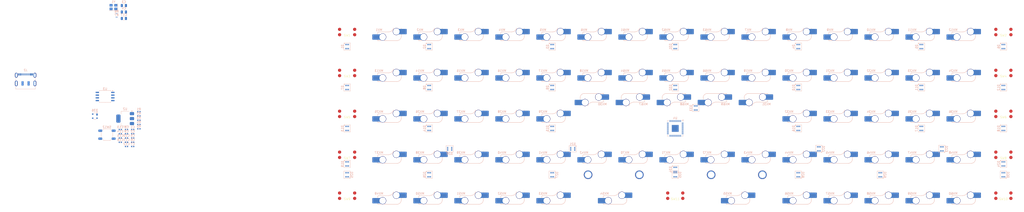
<source format=kicad_pcb>
(kicad_pcb (version 20240108) (generator "pcbnew") (generator_version "8.0")
  (layers (0 "F.Cu" signal) (31 "B.Cu" signal) (34 "B.Paste" user) (35 "F.Paste" user) (36 "B.SilkS" user "B.Silkscreen") (37 "F.SilkS" user "F.Silkscreen") (38 "B.Mask" user) (39 "F.Mask" user) (44 "Edge.Cuts" user))
  (net 0 "")
  (net 1 "/XIN")
  (net 2 "GND")
  (net 3 "Net-(C2-Pad1)")
  (net 4 "VBUS")
  (net 5 "+3V3")
  (net 6 "+1V1")
  (net 7 "Row 1")
  (net 9 "Net-(D1-A2)")
  (net 10 "Row 2")
  (net 11 "Net-(D1-A1)")
  (net 12 "Net-(D1-A3)")
  (net 13 "Net-(D2-A1)")
  (net 14 "Net-(D2-A3)")
  (net 15 "Net-(D2-A2)")
  (net 16 "Net-(D3-A3)")
  (net 17 "Net-(D3-A2)")
  (net 18 "Net-(D3-A1)")
  (net 19 "Net-(D4-A3)")
  (net 20 "Net-(D4-A2)")
  (net 21 "Net-(D4-A1)")
  (net 22 "Net-(D5-A3)")
  (net 23 "Net-(D5-A2)")
  (net 24 "Net-(D5-A1)")
  (net 25 "Net-(D6-A2)")
  (net 26 "Net-(D6-A3)")
  (net 27 "Net-(D7-A3)")
  (net 28 "Net-(D7-A1)")
  (net 29 "Net-(D7-A2)")
  (net 30 "Row 3")
  (net 31 "Row 4")
  (net 32 "Net-(D8-A3)")
  (net 33 "Net-(D8-A1)")
  (net 34 "Net-(D8-A2)")
  (net 35 "Net-(D9-A3)")
  (net 36 "Net-(D9-A2)")
  (net 37 "Net-(D9-A1)")
  (net 38 "Net-(D10-A1)")
  (net 39 "Net-(D10-A2)")
  (net 40 "Net-(D10-A3)")
  (net 41 "Net-(D11-A3)")
  (net 42 "Net-(D11-A2)")
  (net 43 "Net-(D11-A1)")
  (net 44 "Net-(D12-A1)")
  (net 45 "Net-(D12-A3)")
  (net 46 "Net-(D12-A2)")
  (net 47 "Net-(D13-A3)")
  (net 48 "Row 5")
  (net 49 "Net-(D13-A1)")
  (net 50 "Net-(D13-A2)")
  (net 51 "Net-(D14-A1)")
  (net 52 "Net-(D14-A2)")
  (net 53 "Net-(D14-A3)")
  (net 54 "Net-(D15-A3)")
  (net 55 "Net-(D15-A2)")
  (net 56 "Net-(D15-A1)")
  (net 57 "Net-(D16-A3)")
  (net 58 "Net-(D16-A1)")
  (net 59 "Net-(D16-A2)")
  (net 60 "Net-(D17-A2)")
  (net 61 "Net-(D17-A3)")
  (net 62 "Net-(D17-A1)")
  (net 63 "Net-(D18-A1)")
  (net 64 "Net-(D18-A2)")
  (net 65 "Net-(D18-A3)")
  (net 68 "Net-(D19-A1)")
  (net 69 "Net-(D19-A3)")
  (net 70 "Net-(D19-A2)")
  (net 71 "Net-(D20-A3)")
  (net 72 "Net-(D20-A2)")
  (net 73 "Net-(D20-A1)")
  (net 74 "Net-(D21-A2)")
  (net 75 "Net-(D21-A1)")
  (net 76 "Net-(D21-A3)")
  (net 77 "Net-(D22-A2)")
  (net 78 "Net-(D22-A3)")
  (net 79 "Net-(D22-A1)")
  (net 80 "Net-(D23-A3)")
  (net 81 "Net-(D23-A2)")
  (net 82 "Net-(D23-A1)")
  (net 83 "Net-(D24-A1)")
  (net 84 "Net-(D24-A3)")
  (net 85 "Net-(D24-A2)")
  (net 86 "Row 6")
  (net 87 "Net-(D25-A1)")
  (net 88 "Net-(D25-A3)")
  (net 90 "Net-(D25-A2)")
  (net 91 "Net-(D26-A1)")
  (net 92 "Net-(D26-A3)")
  (net 93 "Net-(D26-A2)")
  (net 94 "Net-(D27-A2)")
  (net 95 "Net-(D27-A3)")
  (net 96 "Net-(D27-A1)")
  (net 97 "Net-(D28-A2)")
  (net 98 "Net-(D28-A1)")
  (net 99 "Row 7")
  (net 100 "Net-(D29-A3)")
  (net 101 "Net-(D29-A1)")
  (net 102 "Net-(D29-A2)")
  (net 103 "Net-(D30-A3)")
  (net 104 "Net-(D30-A1)")
  (net 105 "Net-(D30-A2)")
  (net 106 "/~{USB_BOOT}")
  (net 107 "/USB_D-")
  (net 108 "Net-(J2-CC1)")
  (net 109 "Net-(J2-CC2)")
  (net 110 "/USB_D+")
  (net 113 "Row 9")
  (net 115 "Row 8")
  (net 116 "Row 10")
  (net 117 "Row 12")
  (net 118 "/QSPI_SS")
  (net 119 "/XOUT")
  (net 120 "Net-(U4-USB_DP)")
  (net 121 "Net-(U4-USB_DM)")
  (net 123 "Row 11")
  (net 124 "/QSPI_SD3")
  (net 125 "/QSPI_SD0")
  (net 126 "/QSPI_SD2")
  (net 127 "/QSPI_SCLK")
  (net 128 "/QSPI_SD1")
  (net 129 "/RUN")
  (net 130 "/SWD")
  (net 131 "/SWCLK")
  (net 132 "Col 2")
  (net 133 "Col 3")
  (net 134 "Col 6")
  (net 135 "Col 7")
  (net 136 "Col 4")
  (net 137 "Col 1")
  (net 138 "Col 8")
  (net 139 "Row 15")
  (net 140 "Row 14")
  (net 141 "Row 16")
  (net 142 "Net-(D28-A3)")
  (net 143 "Net-(D31-A3)")
  (net 144 "Net-(D31-A1)")
  (net 145 "Net-(D31-A2)")
  (net 146 "Net-(D32-A1)")
  (net 147 "Net-(D32-A3)")
  (net 148 "Net-(D32-A2)")
  (net 149 "Net-(D33-A3)")
  (net 150 "Net-(D33-A2)")
  (net 151 "Net-(D33-A1)")
  (net 152 "Net-(D34-A2)")
  (net 153 "Net-(D34-A3)")
  (net 154 "Net-(D34-A1)")
  (net 155 "Net-(D35-A1)")
  (net 156 "Net-(D35-A2)")
  (net 157 "Net-(D35-A3)")
  (net 158 "Net-(D6-A1)")
  (footprint "PCM_marbastlib-various:ROT_SKYLOONG_HS-Switch" (layer "F.Cu") (at 42.8625 123.825)
    (property "Reference" "SW9")
    (property "Value" "ROT_SKYLOONG_HS")
  )
  (footprint "PCM_marbastlib-various:ROT_SKYLOONG_HS-Switch" (layer "F.Cu") (at 347.6625 85.725)
    (property "Reference" "SW6")
    (property "Value" "ROT_SKYLOONG_HS")
  )
  (footprint "PCM_marbastlib-various:ROT_SKYLOONG_HS-Switch" (layer "F.Cu") (at 42.8625 66.675)
    (property "Reference" "SW3")
    (property "Value" "ROT_SKYLOONG_HS")
  )
  (footprint "PCM_marbastlib-various:ROT_SKYLOONG_HS-Switch" (layer "F.Cu") (at 42.8625 47.625)
    (property "Reference" "SW1")
    (property "Value" "ROT_SKYLOONG_HS")
  )
  (footprint "PCM_marbastlib-various:ROT_SKYLOONG_HS-Switch" (layer "F.Cu") (at 42.8625 104.775)
    (property "Reference" "SW7")
    (property "Value" "ROT_SKYLOONG_HS")
  )
  (footprint "PCM_marbastlib-various:ROT_SKYLOONG_HS-Switch" (layer "F.Cu") (at 347.6625 47.625)
    (property "Reference" "SW2")
    (property "Value" "ROT_SKYLOONG_HS")
  )
  (footprint "PCM_marbastlib-various:ROT_SKYLOONG_HS-Switch" (layer "F.Cu") (at 347.6625 104.775)
    (property "Reference" "SW8")
    (property "Value" "ROT_SKYLOONG_HS")
  )
  (footprint "PCM_marbastlib-various:ROT_SKYLOONG_HS-Switch" (layer "F.Cu") (at 347.6625 123.825)
    (property "Reference" "SW10")
    (property "Value" "ROT_SKYLOONG_HS")
  )
  (footprint "PCM_marbastlib-various:ROT_SKYLOONG_HS-Switch" (layer "F.Cu") (at 347.6625 66.675)
    (property "Reference" "SW4")
    (property "Value" "ROT_SKYLOONG_HS")
  )
  (footprint "PCM_marbastlib-various:ROT_SKYLOONG_HS-Switch" (layer "F.Cu") (at 42.8625 85.725)
    (property "Reference" "SW5")
    (property "Value" "ROT_SKYLOONG_HS")
  )
  (footprint "PCM_marbastlib-mx:STAB_MX_P_2u" (layer "F.Cu") (at 166.6875 123.825)
    (property "Reference" "S1" (hide yes))
    (property "Value" "MX_stab")
  )
  (footprint "PCM_marbastlib-mx:STAB_MX_P_2u" (layer "F.Cu") (at 223.8375 123.825)
    (property "Reference" "S2" (hide yes))
    (property "Value" "MX_stab")
  )
  (footprint "PCM_marbastlib-various:ROT_SKYLOONG_HS-Switch" (layer "F.Cu") (at 195.2625 123.825)
    (property "Reference" "SW11")
    (property "Value" "ROT_SKYLOONG_HS")
  )
  (footprint "PCM_marbastlib-mx:SW_MX_HS_CPG151101S11_1u" (layer "B.Cu") (at 138.1125 66.675)
    (property "Reference" "MX17")
    (property "Value" "MX_SW_HS")
  )
  (footprint "PCM_marbastlib-mx:SW_MX_HS_CPG151101S11_1u" (layer "B.Cu") (at 195.2625 104.775)
    (property "Reference" "MX71")
    (property "Value" "MX_SW_HS")
  )
  (footprint "Capacitor_SMD:C_0402_1005Metric" (layer "B.Cu") (at -59.610358 103.665 180)
    (property "Reference" "C12")
    (property "Value" "100n")
  )
  (footprint "PCM_marbastlib-mx:SW_MX_HS_CPG151101S11_1u" (layer "B.Cu") (at 214.3125 85.725 180)
    (property "Reference" "MX69")
    (property "Value" "MX_SW_HS")
  )
  (footprint "Resistor_SMD:R_0402_1005Metric" (layer "B.Cu") (at -53.850358 91.455 180)
    (property "Reference" "R3")
    (property "Value" "1k")
  )
  (footprint "Resistor_SMD:R_01005_0402Metric" (layer "B.Cu") (at -64.180358 41.815 180)
    (property "Reference" "R6")
    (property "Value" "5.1k")
  )
  (footprint "PCM_marbastlib-mx:SW_MX_HS_CPG151101S11_1u" (layer "B.Cu") (at 214.3125 104.775)
    (property "Reference" "MX72")
    (property "Value" "MX_SW_HS")
  )
  (footprint "PCM_marbastlib-mx:SW_MX_HS_CPG151101S11_1u" (layer "B.Cu") (at 328.6125 66.675)
    (property "Reference" "MX24")
    (property "Value" "MX_SW_HS")
  )
  (footprint "Capacitor_SMD:C_0805_2012Metric" (layer "B.Cu") (at -60.830358 38.045 180)
    (property "Reference" "C3")
    (property "Value" "10u")
  )
  (footprint "Package_DFN_QFN:QFN-56-1EP_7x7mm_P0.4mm_EP3.2x3.2mm" (layer "B.Cu") (at 195.2625 95.25 180)
    (property "Reference" "U4")
    (property "Value" "RP2040")
  )
  (footprint "PCM_marbastlib-mx:SW_MX_HS_CPG151101S11_1u" (layer "B.Cu") (at 138.1125 123.825)
    (property "Reference" "MX53")
    (property "Value" "MX_SW_HS")
  )
  (footprint "PCM_marbastlib-mx:SW_MX_HS_CPG151101S11_1u" (layer "B.Cu") (at 252.4125 85.725)
    (property "Reference" "MX32")
    (property "Value" "MX_SW_HS")
  )
  (footprint "PCM_marbastlib-mx:SW_MX_HS_CPG151101S11_1u" (layer "B.Cu") (at 271.4625 66.675)
    (property "Reference" "MX21")
    (property "Value" "MX_SW_HS")
  )
  (footprint "Capacitor_SMD:C_0402_1005Metric" (layer "B.Cu") (at -56.740358 95.785 180)
    (property "Reference" "C1")
    (property "Value" "15p")
  )
  (footprint "PCM_marbastlib-mx:SW_MX_HS_CPG151101S11_1u" (layer "B.Cu") (at 271.4625 85.725)
    (property "Reference" "MX33")
    (property "Value" "MX_SW_HS")
  )
  (footprint "PCM_Package_TO_SOT_SMD_AKL:SOT-363_SC-70-6" (layer "B.Cu") (at 347.6625 76.2 -90)
    (property "Reference" "D12")
    (property "Value" "MMBD4148TW" (hide yes))
  )
  (footprint "PCM_Package_TO_SOT_SMD_AKL:SOT-363_SC-70-6" (layer "B.Cu") (at 195.2625 76.2 -90)
    (property "Reference" "D32")
    (property "Value" "MMBD4148TW" (hide yes))
  )
  (footprint "PCM_marbastlib-mx:SW_MX_HS_CPG151101S11_1u" (layer "B.Cu") (at 328.6125 104.775)
    (property "Reference" "MX48")
    (property "Value" "MX_SW_HS")
  )
  (footprint "PCM_marbastlib-mx:SW_MX_HS_CPG151101S11_1u" (layer "B.Cu") (at 138.1125 47.625)
    (property "Reference" "MX5")
    (property "Value" "MX_SW_HS")
  )
  (footprint "PCM_Package_TO_SOT_SMD_AKL:SOT-363_SC-70-6" (layer "B.Cu") (at 195.2625 116.825 90)
    (property "Reference" "D35")
    (property "Value" "MMBD4148TW" (hide yes))
  )
  (footprint "PCM_marbastlib-mx:SW_MX_HS_CPG151101S11_1u" (layer "B.Cu") (at 80.9625 123.825)
    (property "Reference" "MX50")
    (property "Value" "MX_SW_HS")
  )
  (footprint "PCM_marbastlib-mx:SW_MX_HS_CPG151101S11_1u" (layer "B.Cu") (at 138.1125 85.725)
    (property "Reference" "MX29")
    (property "Value" "MX_SW_HS")
  )
  (footprint "PCM_marbastlib-mx:SW_MX_HS_CPG151101S11_1u" (layer "B.Cu") (at 80.9625 85.725)
    (property "Reference" "MX26")
    (property "Value" "MX_SW_HS")
  )
  (footprint "PCM_marbastlib-mx:SW_MX_HS_CPG151101S11_1u" (layer "B.Cu") (at 328.6125 85.725)
    (property "Reference" "MX36")
    (property "Value" "MX_SW_HS")
  )
  (footprint "PCM_Package_TO_SOT_SMD_AKL:SOT-363_SC-70-6" (layer "B.Cu") (at 80.9625 57.15 -90)
    (property "Reference" "D2")
    (property "Value" "MMBD4148TW" (hide yes))
  )
  (footprint "PCM_marbastlib-mx:SW_MX_HS_CPG151101S11_1u" (layer "B.Cu") (at 309.5625 123.825)
    (property "Reference" "MX59")
    (property "Value" "MX_SW_HS")
  )
  (footprint "Capacitor_SMD:C_0402_1005Metric" (layer "B.Cu") (at -59.610358 101.695 180)
    (property "Reference" "C11")
    (property "Value" "100n")
  )
  (footprint "Capacitor_SMD:C_0402_1005Metric" (layer "B.Cu") (at -56.740358 101.695 180)
    (property "Reference" "C6")
    (property "Value" "100n")
  )
  (footprint "PCM_marbastlib-mx:SW_MX_HS_CPG151101S11_1u" (layer "B.Cu") (at 252.4125 66.675)
    (property "Reference" "MX20")
    (property "Value" "MX_SW_HS")
  )
  (footprint "PCM_Package_TO_SOT_SMD_AKL:SOT-363_SC-70-6" (layer "B.Cu") (at 252.4125 95.25 -90)
    (property "Reference" "D16")
    (property "Value" "MMBD4148TW" (hide yes))
  )
  (footprint "Capacitor_SMD:C_0805_2012Metric" (layer "B.Cu") (at -60.830358 44.065 180)
    (property "Reference" "C17")
    (property "Value" "10u")
  )
  (footprint "PCM_Package_TO_SOT_SMD_AKL:SOT-363_SC-70-6" (layer "B.Cu") (at 42.8625 76.2 -90)
    (property "Reference" "D7")
    (property "Value" "MMBD4148TW" (hide yes))
  )
  (footprint "PCM_marbastlib-mx:SW_MX_HS_CPG151101S11_1u" (layer "B.Cu") (at 119.0625 104.775)
    (property "Reference" "MX40")
    (property "Value" "MX_SW_HS")
  )
  (footprint "PCM_marbastlib-mx:SW_MX_HS_CPG151101S11_1u" (layer "B.Cu") (at 119.0625 47.625)
    (property "Reference" "MX4")
    (property "Value" "MX_SW_HS")
  )
  (footprint "PCM_Package_TO_SOT_SMD_AKL:SOT-363_SC-70-6" (layer "B.Cu") (at 80.9625 116.825 -90)
    (property "Reference" "D26")
    (property "Value" "MMBD4148TW" (hide yes))
  )
  (footprint "PCM_Package_TO_SOT_SMD_AKL:SOT-363_SC-70-6" (layer "B.Cu") (at 309.5625 57.15 -90)
    (property "Reference" "D5")
    (property "Value" "MMBD4148TW" (hide yes))
  )
  (footprint "PCM_marbastlib-mx:SW_MX_HS_CPG151101S11_1u" (layer "B.Cu") (at 61.9125 85.725)
    (property "Reference" "MX25")
    (property "Value" "MX_SW_HS")
  )
  (footprint "Resistor_SMD:R_0402_1005Metric" (layer "B.Cu") (at -53.850358 93.445 180)
    (property "Reference" "R4")
    (property "Value" "27")
  )
  (footprint "Resistor_SMD:R_01005_0402Metric" (layer "B.Cu") (at -64.180358 43.465 180)
    (property "Reference" "R7")
    (property "Value" "5.1k")
  )
  (footprint "PCM_Package_TO_SOT_SMD_AKL:SOT-363_SC-70-6" (layer "B.Cu") (at 347.6625 111.775 -90)
    (property "Reference" "D24")
    (property "Value" "MMBD4148TW" (hide yes))
  )
  (footprint "PCM_marbastlib-mx:SW_MX_HS_CPG151101S11_1u" (layer "B.Cu") (at 214.3125 47.625)
    (property "Reference" "MX63")
    (property "Value" "MX_SW_HS")
  )
  (footprint "PCM_marbastlib-mx:SW_MX_HS_CPG151101S11_1u" (layer "B.Cu") (at 157.1625 104.775)
    (property "Reference" "MX42")
    (property "Value" "MX_SW_HS")
  )
  (footprint "PCM_Package_TO_SOT_SMD_AKL:SOT-363_SC-70-6" (layer "B.Cu") (at 138.1125 76.2 -90)
    (property "Reference" "D9")
    (property "Value" "MMBD4148TW" (hide yes))
  )
  (footprint "PCM_Package_TO_SOT_SMD_AKL:SOT-363_SC-70-6" (layer "B.Cu") (at 290.5125 116.825 90)
    (property "Reference" "D29")
    (property "Value" "MMBD4148TW" (hide yes))
  )
  (footprint "PCM_marbastlib-mx:SW_MX_HS_CPG151101S11_1u" (layer "B.Cu") (at 271.4625 47.625)
    (property "Reference" "MX9")
    (property "Value" "MX_SW_HS")
  )
  (footprint "PCM_Package_TO_SOT_SMD_AKL:SOT-363_SC-70-6" (layer "B.Cu") (at 195.2625 114.3 -90)
    (property "Reference" "D34")
    (property "Value" "MMBD4148TW" (hide yes))
  )
  (footprint "PCM_marbastlib-mx:SW_MX_HS_CPG151101S11_1u" (layer "B.Cu") (at 328.6125 47.625)
    (property "Reference" "MX12")
    (property "Value" "MX_SW_HS")
  )
  (footprint "Crystal:Crystal_SMD_3225-4Pin_3.2x2.5mm" (layer "B.Cu") (at -65.680358 38.765 180)
    (property "Reference" "Y1")
    (property "Value" "ABM8-272-T3")
  )
  (footprint "PCM_marbastlib-mx:SW_MX_HS_CPG151101S11_1u" (layer "B.Cu") (at 290.5125 85.725)
    (property "Reference" "MX34")
    (property "Value" "MX_SW_HS")
  )
  (footprint "Package_SO:SOIC-8_5.23x5.23mm_P1.27mm" (layer "B.Cu") (at -69.560358 80.385 180)
    (property "Reference" "U3")
    (property "Value" "W25Q128JVS")
  )
  (footprint "Resistor_SMD:R_0402_1005Metric" (layer "B.Cu") (at -53.850358 87.475 180)
    (property "Reference" "R1")
    (property "Value" "1k")
  )
  (footprint "PCM_Package_TO_SOT_SMD_AKL:SOT-363_SC-70-6" (layer "B.Cu") (at 347.6625 116.825 90)
    (property "Reference" "D30")
    (property "Value" "MMBD4148TW" (hide yes))
  )
  (footprint "PCM_marbastlib-mx:SW_MX_HS_CPG151101S11_1u" (layer "B.Cu") (at 214.3125 66.675)
    (property "Reference" "MX66")
    (property "Value" "MX_SW_HS")
  )
  (footprint "Capacitor_SMD:C_0402_1005Metric" (layer "B.Cu") (at -62.480358 99.725 180)
    (property "Reference" "C15")
    (property "Value" "100n")
  )
  (footprint "PCM_marbastlib-mx:SW_MX_HS_CPG151101S11_1u" (layer "B.Cu") (at 157.1625 66.675)
    (property "Reference" "MX18")
    (property "Value" "MX_SW_HS")
  )
  (footprint "Connector_USB:USB_C_Receptacle_JAE_DX07S016JA1R1500" (layer "B.Cu") (at -106.4825 73.15 180)
    (property "Reference" "J2")
    (property "Value" "USB_C_Receptacle_USB2.0_14P")
  )
  (footprint "PCM_Package_TO_SOT_SMD_AKL:SOT-363_SC-70-6" (layer "B.Cu") (at 90.4875 104.775)
    (property "Reference" "D20")
    (property "Value" "MMBD4148TW" (hide yes))
  )
  (footprint "PCM_marbastlib-mx:SW_MX_HS_CPG151101S11_1u" (layer "B.Cu") (at 100.0125 123.825)
    (property "Reference" "MX51")
    (property "Value" "MX_SW_HS")
  )
  (footprint "PCM_marbastlib-mx:SW_MX_HS_CPG151101S11_1u" (layer "B.Cu") (at 252.4125 123.825)
    (property "Reference" "MX56")
    (property "Value" "MX_SW_HS")
  )
  (footprint "Capacitor_SMD:C_0805_2012Metric" (layer "B.Cu") (at -60.830358 41.055 180)
    (property "Reference" "C4")
    (property "Value" "10u")
  )
  (footprint "Capacitor_SMD:C_0402_1005Metric" (layer "B.Cu") (at -59.610358 99.725 180)
    (property "Reference" "C10")
    (property "Value" "1u")
  )
  (footprint "PCM_Package_TO_SOT_SMD_AKL:SOT-363_SC-70-6" (layer "B.Cu") (at 347.6625 95.25 -90)
    (property "Reference" "D18")
    (property "Value" "MMBD4148TW" (hide yes))
  )
  (footprint "PCM_marbastlib-mx:SW_MX_HS_CPG151101S11_1u" (layer "B.Cu") (at 80.9625 66.675)
    (property "Reference" "MX14")
    (property "Value" "MX_SW_HS")
  )
  (footprint "PCM_marbastlib-mx:SW_MX_HS_CPG151101S11_1u" (layer "B.Cu") (at 100.0125 47.625)
    (property "Reference" "MX3")
    (property "Value" "MX_SW_HS")
  )
  (footprint "PCM_Package_TO_SOT_SMD_AKL:SOT-363_SC-70-6" (layer "B.Cu") (at 80.9625 76.2 -90)
    (property "Reference" "D8")
    (property "Value" "MMBD4148TW" (hide yes))
  )
  (footprint "PCM_Package_TO_SOT_SMD_AKL:SOT-363_SC-70-6" (layer "B.Cu") (at 138.1125 116.825 90)
    (property "Reference" "D27")
    (property "Value" "MMBD4148TW" (hide yes))
  )
  (footprint "PCM_marbastlib-mx:SW_MX_HS_CPG151101S11_1u" (layer "B.Cu") (at 290.5125 104.775)
    (property "Reference" "MX46")
    (property "Value" "MX_SW_HS")
  )
  (footprint "PCM_marbastlib-mx:SW_MX_HS_CPG151101S11_1u" (layer "B.Cu") (at 100.0125 66.675)
    (property "Reference" "MX15")
    (property "Value" "MX_SW_HS")
  )
  (footprint "PCM_marbastlib-mx:SW_MX_HS_CPG151101S11_1u" (layer "B.Cu") (at 271.4625 104.775)
    (property "Reference" "MX45")
    (property "Value" "MX_SW_HS")
  )
  (footprint "PCM_marbastlib-mx:SW_MX_HS_CPG151101S11_1u" (layer "B.Cu") (at 61.9125 47.625)
    (property "Reference" "MX1")
    (property "Value" "MX_SW_HS")
  )
  (footprint "PCM_Package_TO_SOT_SMD_AKL:SOT-363_SC-70-6" (layer "B.Cu") (at 252.4125 57.15 -90)
    (property "Reference" "D4")
    (property "Value" "MMBD4148TW" (hide yes))
  )
  (footprint "PCM_marbastlib-mx:SW_MX_HS_CPG151101S11_1u" (layer "B.Cu") (at 309.5625 104.775)
    (property "Reference" "MX47")
    (property "Value" "MX_SW_HS")
  )
  (footprint "PCM_marbastlib-mx:SW_MX_HS_CPG151101S11_1u" (layer "B.Cu") (at 166.6875 123.825)
    (property "Reference" "MX54")
    (property "Value" "MX_SW_HS")
  )
  (footprint "PCM_marbastlib-mx:SW_MX_HS_CPG151101S11_1u" (layer "B.Cu") (at 195.2625 47.625)
    (property "Reference" "MX62")
    (property "Value" "MX_SW_HS")
  )
  (footprint "PCM_Package_TO_SOT_SMD_AKL:SOT-363_SC-70-6" (layer "B.Cu") (at 319.0875 104.775 90)
    (property "Reference" "D23")
    (property "Value" "MMBD4148TW" (hide yes))
  )
  (footprint "PCM_marbastlib-mx:SW_MX_HS_CPG151101S11_1u" (layer "B.Cu") (at 100.0125 104.775)
    (property "Reference" "MX39")
    (property "Value" "MX_SW_HS")
  )
  (footprint "PCM_marbastlib-mx:SW_MX_HS_CPG151101S11_1u" (layer "B.Cu") (at 80.9625 47.625)
    (property "Reference" "MX2")
    (property "Value" "MX_SW_HS")
  )
  (footprint "PCM_Package_TO_SOT_SMD_AKL:SOT-363_SC-70-6" (layer "B.Cu") (at 42.8625 111.775 -90)
    (property "Reference" "D19")
    (property "Value" "MMBD4148TW" (hide yes))
  )
  (footprint "PCM_Package_TO_SOT_SMD_AKL:SOT-363_SC-70-6" (layer "B.Cu") (at 309.5625 95.25 -90)
    (property "Reference" "D17")
    (property "Value" "MMBD4148TW" (hide yes))
  )
  (footprint "Capacitor_SMD:C_0402_1005Metric" (layer "B.Cu") (at -62.480358 97.755 180)
    (property "Reference" "C14")
    (property "Value" "100n")
  )
  (footprint "PCM_marbastlib-mx:SW_MX_HS_CPG151101S11_1u" (layer "B.Cu") (at 176.2125 85.725 180)
    (property "Reference" "MX67")
    (property "Value" "MX_SW_HS")
  )
  (footprint "Capacitor_SMD:C_0402_1005Metric" (layer "B.Cu") (at -59.610358 95.785 180)
    (property "Reference" "C8")
    (property "Value" "1u")
  )
  (footprint "Capacitor_SMD:C_0402_1005Metric" (layer "B.Cu") (at -56.740358 99.725 180)
    (property "Reference" "C5")
    (property "Value" "100n")
  )
  (footprint "Package_TO_SOT_SMD:SOT-143" (layer "B.Cu") (at -74.312858 89.5375 180)
    (property "Reference" "D36")
    (property "Value" "PRTR5V0U2X")
  )
  (footprint "PCM_Package_TO_SOT_SMD_AKL:SOT-363_SC-70-6" (layer "B.Cu") (at 195.2625 57.15 -90)
    (property "Reference" "D31")
    (property "Value" "MMBD4148TW" (hide yes))
  )
  (footprint "PCM_marbastlib-mx:SW_MX_HS_CPG151101S11_1u" (layer "B.Cu") (at 309.5625 66.675)
    (property "Reference" "MX23")
    (property "Value" "MX_SW_HS")
  )
  (footprint "PCM_marbastlib-mx:SW_MX_HS_CPG151101S11_1u" (layer "B.Cu") (at 61.9125 104.775)
    (property "Reference" "MX37")
    (property "Value" "MX_SW_HS")
  )
  (footprint "PCM_Package_TO_SOT_SMD_AKL:SOT-363_SC-70-6" (layer "B.Cu") (at 252.4125 116.825 90)
    (property "Reference" "D28")
    (property "Value" "MMBD4148TW" (hide yes))
  )
  (footprint "PCM_Package_TO_SOT_SMD_AKL:SOT-363_SC-70-6" (layer "B.Cu") (at 138.1125 57.15 -90)
    (property "Reference" "D3")
    (property "Value" "MMBD4148TW" (hide yes))
  )
  (footprint "PCM_marbastlib-mx:SW_MX_HS_CPG151101S11_1u" (layer "B.Cu") (at 290.5125 66.675)
    (property "Reference" "MX22")
    (property "Value" "MX_SW_HS")
  )
  (footprint "PCM_marbastlib-mx:SW_MX_HS_CPG151101S11_1u" (layer "B.Cu") (at 176.2125 66.675)
    (property "Reference" "MX64")
    (property "Value" "MX_SW_HS")
  )
  (footprint "PCM_marbastlib-mx:SW_MX_HS_CPG151101S11_1u" (layer "B.Cu") (at 138.1125 104.775)
    (property "Reference" "MX41")
    (property "Value" "MX_SW_HS")
  )
  (footprint "PCM_marbastlib-mx:SW_MX_HS_CPG151101S11_1u" (layer "B.Cu") (at 176.2125 47.625)
    (property "Reference" "MX61")
    (property "Value" "MX_SW_HS")
  )
  (footprint "Capacitor_SMD:C_0402_1005Metric" (layer "B.Cu") (at -56.740358 97.755 180)
    (property "Reference" "C2")
    (property "Value" "15p")
  )
  (footprint "Capacitor_SMD:C_0402_1005Metric" (layer "B.Cu") (at -62.480358 95.785 180)
    (property "Reference" "C13")
    (property "Value" "100n")
  )
  (footprint "PCM_marbastlib-mx:SW_MX_HS_CPG151101S11_1u" (layer "B.Cu") (at 233.3625 85.725 180)
    (property "Reference" "MX31")
    (property "Value" "MX_SW_HS")
  )
  (footprint "PCM_Package_TO_SOT_SMD_AKL:SOT-363_SC-70-6" (layer "B.Cu") (at 261.9375 104.775 90)
    (property "Reference" "D22")
    (property "Value" "MMBD4148TW" (hide yes))
  )
  (footprint "PCM_marbastlib-mx:SW_MX_HS_CPG151101S11_1u" (layer "B.Cu") (at 271.4625 123.825)
    (property "Reference" "MX57")
    (property "Value" "MX_SW_HS")
  )
  (footprint "Resistor_SMD:R_0402_1005Metric" (layer "B.Cu") (at -53.850358 89.465 180)
    (property "Reference" "R2")
    (property "Value" "DNF")
  )
  (footprint "PCM_Package_TO_SOT_SMD_AKL:SOT-363_SC-70-6" (layer "B.Cu") (at 347.6625 57.15 -90)
    (property "Reference" "D6")
    (property "Value" "MMBD4148TW" (hide yes))
  )
  (footprint "Capacitor_SMD:C_0402_1005Metric" (layer "B.Cu") (at -59.610358 97.755 180)
    (property "Reference" "C9")
    (property "Value" "100n")
  )
  (footprint "PCM_marbastlib-mx:SW_MX_HS_CPG151101S11_1u" (layer "B.Cu") (at 309.5625 47.625)
    (property "Reference" "MX11")
    (property "Value" "MX_SW_HS")
  )
  (footprint "PCM_marbastlib-mx:SW_MX_HS_CPG151101S11_1u" (layer "B.Cu") (at 233.3625 66.675)
    (property "Reference" "MX19")
    (property "Value" "MX_SW_HS")
  )
  (footprint "PCM_marbastlib-mx:SW_MX_HS_CPG151101S11_1u" (layer "B.Cu") (at 233.3625 47.625)
    (property "Reference" "MX7")
    (property "Value" "MX_SW_HS")
  )
  (footprint "PCM_marbastlib-mx:SW_MX_HS_CPG151101S11_1u" (layer "B.Cu") (at 176.2125 104.775)
    (property "Reference" "MX70")
    (property "Value" "MX_SW_HS")
  )
  (footprint "PCM_marbastlib-mx:SW_MX_HS_CPG151101S11_1u" (layer "B.Cu") (at 119.0625 123.825)
    (property "Reference" "MX52")
    (property "Value" "MX_SW_HS")
  )
  (footprint "PCM_Package_TO_SOT_SMD_AKL:SOT-363_SC-70-6" (layer "B.Cu") (at 252.4125 76.2 -90)
    (property "Reference" "D10")
    (property "Value" "MMBD4148TW" (hide yes))
  )
  (footprint "PCM_Package_TO_SOT_SMD_AKL:SOT-363_SC-70-6" (layer "B.Cu") (at 80.9625 95.25 -90)
    (property "Reference" "D14")
    (property "Value" "MMBD4148TW" (hide yes))
  )
  (footprint "PCM_marbastlib-mx:SW_MX_HS_CPG151101S11_1u" (layer "B.Cu") (at 119.0625 85.725)
    (property "Reference" "MX28")
    (property "Value" "MX_SW_HS")
  )
  (footprint "PCM_Package_TO_SOT_SMD_AKL:SOT-363_SC-70-6" (layer "B.Cu") (at 204.7875 85.725 -90)
    (property "Reference" "D33")
    (property "Value" "MMBD4148TW" (hide yes))
  )
  (footprint "PCM_Package_TO_SOT_SMD_AKL:SOT-363_SC-70-6" (layer "B.Cu") (at 147.6375 104.775 180)
    (property "Reference" "D21")
    (property "Value" "MMBD4148TW" (hide yes))
  )
  (footprint "PCM_marbastlib-mx:SW_MX_HS_CPG151101S11_1u" (layer "B.Cu") (at 309.5625 85.725)
    (property "Reference" "MX35")
    (property "Value" "MX_SW_HS")
  )
  (footprint "PCM_marbastlib-mx:SW_MX_HS_CPG151101S11_1u" (layer "B.Cu") (at 328.6125 123.825)
    (property "Reference" "MX60")
    (property "Value" "MX_SW_HS")
  )
  (footprint "Resistor_SMD:R_0402_1005Metric" (layer "B.Cu") (at -53.850358 95.435 180)
    (property "Reference" "R5")
    (property "Value" "27")
  )
  (footprint "PCM_marbastlib-mx:SW_MX_HS_CPG151101S11_1u" (layer "B.Cu") (at 80.9625 104.775)
    (property "Reference" "MX38")
    (property "Value" "MX_SW_HS")
  )
  (footprint "PCM_marbastlib-mx:SW_MX_HS_CPG151101S11_1u" (layer "B.Cu") (at 157.1625 85.725 180)
    (property "Reference" "MX30")
    (property "Value" "MX_SW_HS")
  )
  (footprint "PCM_marbastlib-mx:SW_MX_HS_CPG151101S11_1u" (layer "B.Cu") (at 223.8375 123.825)
    (property "Reference" "MX55")
    (property "Value" "MX_SW_HS")
  )
  (footprint "PCM_Package_TO_SOT_SMD_AKL:SOT-363_SC-70-6" (layer "B.Cu") (at 42.8625 116.825 90)
    (property "Reference" "D25")
    (property "Value" "MMBD4148TW" (hide yes))
  )
  (footprint "Package_TO_SOT_SMD:SOT-223-3_TabPin2" (layer "B.Cu") (at -60.230358 90.68 180)
    (property "Reference" "U2")
    (property "Value" "NCP1117-3.3_SOT223")
  )
  (footprint "PCM_marbastlib-various:SW_SPST_SKQG_WithStem" (layer "B.Cu") (at -68.690358 98.175 180)
    (property "Reference" "SW12")
    (property "Value" "Push_Button")
  )
  (footprint "PCM_Package_TO_SOT_SMD_AKL:SOT-363_SC-70-6" (layer "B.Cu") (at 309.5625 76.2 -90)
    (property "Reference" "D11")
    (property "Value" "MMBD4148TW" (hide yes))
  )
  (footprint "PCM_Package_TO_SOT_SMD_AKL:SOT-363_SC-70-6" (layer "B.Cu") (at 42.8625 57.15 -90)
    (property "Reference" "D1")
    (property "Value" "MMBD4148TW" (hide yes))
  )
  (footprint "PCM_marbastlib-mx:SW_MX_HS_CPG151101S11_1u" (layer "B.Cu") (at 157.1625 47.625)
    (property "Reference" "MX6")
    (property "Value" "MX_SW_HS")
  )
  (footprint "PCM_Package_TO_SOT_SMD_AKL:SOT-363_SC-70-6" (layer "B.Cu") (at 138.1125 95.25 -90)
    (property "Reference" "D15")
    (property "Value" "MMBD4148TW" (hide yes))
  )
  (footprint "PCM_marbastlib-mx:SW_MX_HS_CPG151101S11_1u" (layer "B.Cu") (at 195.2625 66.675)
    (property "Reference" "MX65")
    (property "Value" "MX_SW_HS")
  )
  (footprint "PCM_marbastlib-mx:SW_MX_HS_CPG151101S11_1u" (layer "B.Cu") (at 252.4125 47.625)
    (property "Reference" "MX8")
    (property "Value" "MX_SW_HS")
  )
  (footprint "PCM_marbastlib-mx:SW_MX_HS_CPG151101S11_1u" (layer "B.Cu") (at 195.2625 85.725 180)
    (property "Reference" "MX68")
    (property "Value" "MX_SW_HS")
  )
  (footprint "PCM_marbastlib-mx:SW_MX_HS_CPG151101S11_1u" (layer "B.Cu") (at 290.5125 47.625)
    (property "Reference" "MX10")
    (property "Value" "MX_SW_HS")
  )
  (footprint "Capacitor_SMD:C_0402_1005Metric" (layer "B.Cu") (at -56.740358 103.665 180)
    (property "Reference" "C7")
    (property "Value" "100n")
  )
  (footprint "PCM_Package_TO_SOT_SMD_AKL:SOT-363_SC-70-6" (layer "B.Cu") (at 42.8625 95.25 -90)
    (property "Reference" "D13")
    (property "Value" "MMBD4148TW" (hide yes))
  )
  (footprint "PCM_marbastlib-mx:SW_MX_HS_CPG151101S11_1u" (layer "B.Cu") (at 252.4125 104.775)
    (property "Reference" "MX44")
    (property "Value" "MX_SW_HS")
  )
  (footprint "PCM_marbastlib-mx:SW_MX_HS_CPG151101S11_1u" (layer "B.Cu") (at 61.9125 123.825)
    (property "Reference" "MX49")
    (property "Value" "MX_SW_HS")
  )
  (footprint "PCM_marbastlib-mx:SW_MX_HS_CPG151101S11_1u" (layer "B.Cu") (at 100.0125 85.725)
    (property "Reference" "MX27")
    (property "Value" "MX_SW_HS")
  )
  (footprint "PCM_marbastlib-mx:SW_MX_HS_CPG151101S11_1u" (layer "B.Cu") (at 119.0625 66.675)
    (property "Reference" "MX16")
    (property "Value" "MX_SW_HS")
  )
  (footprint "PCM_marbastlib-mx:SW_MX_HS_CPG151101S11_1u" (layer "B.Cu") (at 233.3625 104.775)
    (property "Reference" "MX43")
    (property "Value" "MX_SW_HS")
  )
  (footprint "Capacitor_SMD:C_0402_1005Metric" (layer "B.Cu") (at -62.480358 101.695 180)
    (property "Reference" "C16")
    (property "Value" "100n")
  )
  (footprint "PCM_marbastlib-mx:SW_MX_HS_CPG151101S11_1u" (layer "B.Cu") (at 61.9125 66.675)
    (property "Reference" "MX13")
    (property "Value" "MX_SW_HS")
  )
  (footprint "PCM_marbastlib-mx:SW_MX_HS_CPG151101S11_1u" (layer "B.Cu") (at 290.5125 123.825)
    (property "Reference" "MX58")
    (property "Value" "MX_SW_HS")
  )
)
</source>
